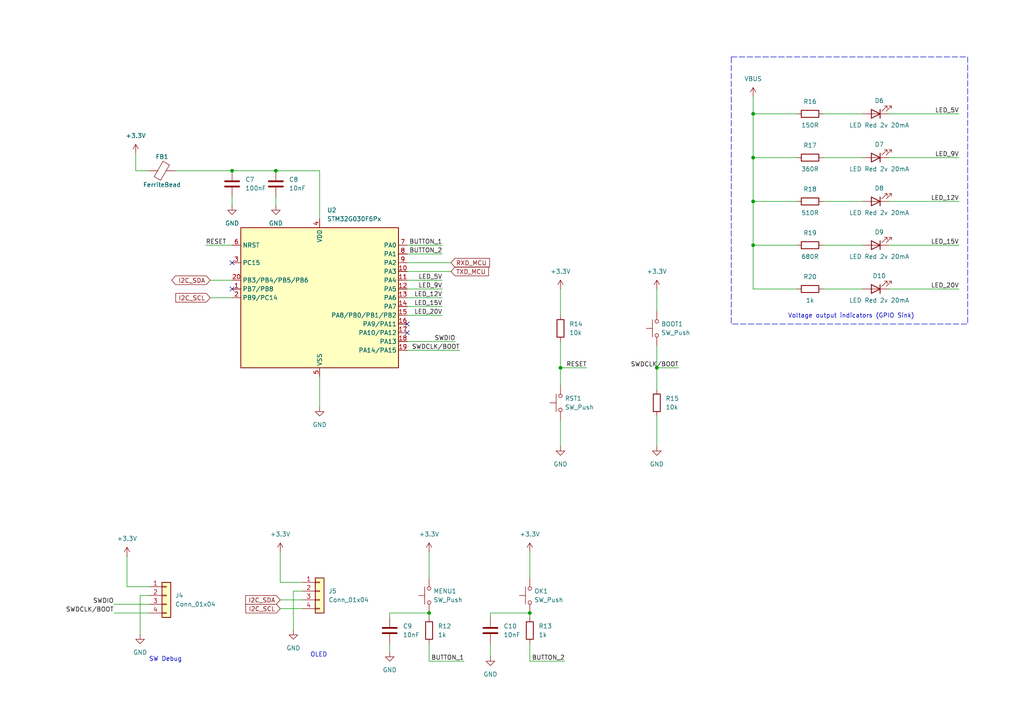
<source format=kicad_sch>
(kicad_sch (version 20250114) (generator "eeschema") (generator_version "9.0")
  (paper "A4")
  (lib_symbols
    (symbol "Connector_Generic:Conn_01x04" (pin_names (offset 1.016) (hide yes))
      (property "Reference" "J" (at 0 5.08 0))
      (property "Value" "Conn_01x04" (at 0 -7.62 0))
      (symbol "Conn_01x04_1_1"
        (rectangle (start -1.27 3.81) (end 1.27 -6.35) (stroke (width 0.254)) (fill (type background)))
        (rectangle (start -1.27 2.667) (end 0 2.413) (stroke (width 0.1524)))
        (rectangle (start -1.27 0.127) (end 0 -0.127) (stroke (width 0.1524)))
        (rectangle (start -1.27 -2.413) (end 0 -2.667) (stroke (width 0.1524)))
        (rectangle (start -1.27 -4.953) (end 0 -5.207) (stroke (width 0.1524)))
        (pin passive line (at -5.08 2.54 0) (length 3.81) (name "Pin_1") (number "1"))
        (pin passive line (at -5.08 0 0) (length 3.81) (name "Pin_2") (number "2"))
        (pin passive line (at -5.08 -2.54 0) (length 3.81) (name "Pin_3") (number "3"))
        (pin passive line (at -5.08 -5.08 0) (length 3.81) (name "Pin_4") (number "4"))
      )
    )
    (symbol "Device:C" (pin_numbers (hide yes)) (pin_names (offset 0.254))
      (property "Reference" "C" (at 0.635 2.54 0))
      (property "Value" "C" (at 0.635 -2.54 0))
      (symbol "C_0_1"
        (polyline (pts (xy -2.032 0.762) (xy 2.032 0.762)) (stroke (width 0.508)))
        (polyline (pts (xy -2.032 -0.762) (xy 2.032 -0.762)) (stroke (width 0.508)))
      )
      (symbol "C_1_1"
        (pin passive line (at 0 3.81 270) (length 2.794) (name "~") (number "1"))
        (pin passive line (at 0 -3.81 90) (length 2.794) (name "~") (number "2"))
      )
    )
    (symbol "Device:FerriteBead" (pin_numbers (hide yes)) (pin_names (offset 0))
      (property "Reference" "FB" (at -3.81 0.635 90))
      (property "Value" "FerriteBead" (at 3.81 0 90))
      (symbol "FerriteBead_0_1"
        (polyline (pts (xy -2.7686 0.4064) (xy -1.7018 2.2606) (xy 2.7686 -0.3048) (xy 1.6764 -2.159) (xy -2.7686 0.4064)))
        (polyline (pts (xy 0 1.27) (xy 0 1.2954)))
        (polyline (pts (xy 0 -1.27) (xy 0 -1.2192)))
      )
      (symbol "FerriteBead_1_1"
        (pin passive line (at 0 3.81 270) (length 2.54) (name "~") (number "1"))
        (pin passive line (at 0 -3.81 90) (length 2.54) (name "~") (number "2"))
      )
    )
    (symbol "Device:LED" (pin_numbers (hide yes)) (pin_names (offset 1.016) (hide yes))
      (property "Reference" "D" (at 0 2.54 0))
      (property "Value" "LED" (at 0 -2.54 0))
      (symbol "LED_0_1"
        (polyline (pts (xy -3.048 -0.762) (xy -4.572 -2.286) (xy -3.81 -2.286) (xy -4.572 -2.286) (xy -4.572 -1.524)))
        (polyline (pts (xy -1.778 -0.762) (xy -3.302 -2.286) (xy -2.54 -2.286) (xy -3.302 -2.286) (xy -3.302 -1.524)))
        (polyline (pts (xy -1.27 0) (xy 1.27 0)))
        (polyline (pts (xy -1.27 -1.27) (xy -1.27 1.27)) (stroke (width 0.254)))
        (polyline (pts (xy 1.27 -1.27) (xy 1.27 1.27) (xy -1.27 0) (xy 1.27 -1.27)) (stroke (width 0.254)))
      )
      (symbol "LED_1_1"
        (pin passive line (at -3.81 0 0) (length 2.54) (name "K") (number "1"))
        (pin passive line (at 3.81 0 180) (length 2.54) (name "A") (number "2"))
      )
    )
    (symbol "Device:R" (pin_numbers (hide yes)) (pin_names (offset 0))
      (property "Reference" "R" (at 2.032 0 90))
      (property "Value" "R" (at 0 0 90))
      (symbol "R_0_1"
        (rectangle (start -1.016 -2.54) (end 1.016 2.54) (stroke (width 0.254)))
      )
      (symbol "R_1_1"
        (pin passive line (at 0 3.81 270) (length 1.27) (name "~") (number "1"))
        (pin passive line (at 0 -3.81 90) (length 1.27) (name "~") (number "2"))
      )
    )
    (symbol "MCU_ST_STM32G0:STM32G030F6Px"
      (property "Reference" "U" (at -22.86 21.59 0))
      (property "Value" "STM32G030F6Px" (at 2.54 21.59 0))
      (symbol "STM32G030F6Px_0_1"
        (rectangle (start -22.86 -20.32) (end 22.86 20.32) (stroke (width 0.254)) (fill (type background)))
      )
      (symbol "STM32G030F6Px_1_1"
        (pin input line (at -25.4 15.24 0) (length 2.54) (name "NRST") (number "6"))
        (pin bidirectional line (at -25.4 10.16 0) (length 2.54) (name "PC15") (number "3"))
        (pin bidirectional line (at -25.4 5.08 0) (length 2.54) (name "PB3/PB4/PB5/PB6") (number "20"))
        (pin bidirectional line (at -25.4 2.54 0) (length 2.54) (name "PB7/PB8") (number "1"))
        (pin bidirectional line (at -25.4 0 0) (length 2.54) (name "PB9/PC14") (number "2"))
        (pin power_in line (at 0 22.86 270) (length 2.54) (name "VDD") (number "4"))
        (pin power_in line (at 0 -22.86 90) (length 2.54) (name "VSS") (number "5"))
        (pin bidirectional line (at 25.4 15.24 180) (length 2.54) (name "PA0") (number "7"))
        (pin bidirectional line (at 25.4 12.7 180) (length 2.54) (name "PA1") (number "8"))
        (pin bidirectional line (at 25.4 10.16 180) (length 2.54) (name "PA2") (number "9"))
        (pin bidirectional line (at 25.4 7.62 180) (length 2.54) (name "PA3") (number "10"))
        (pin bidirectional line (at 25.4 5.08 180) (length 2.54) (name "PA4") (number "11"))
        (pin bidirectional line (at 25.4 2.54 180) (length 2.54) (name "PA5") (number "12"))
        (pin bidirectional line (at 25.4 0 180) (length 2.54) (name "PA6") (number "13"))
        (pin bidirectional line (at 25.4 -2.54 180) (length 2.54) (name "PA7") (number "14"))
        (pin bidirectional line (at 25.4 -5.08 180) (length 2.54) (name "PA8/PB0/PB1/PB2") (number "15"))
        (pin bidirectional line (at 25.4 -7.62 180) (length 2.54) (name "PA9/PA11") (number "16"))
        (pin bidirectional line (at 25.4 -10.16 180) (length 2.54) (name "PA10/PA12") (number "17"))
        (pin bidirectional line (at 25.4 -12.7 180) (length 2.54) (name "PA13") (number "18"))
        (pin bidirectional line (at 25.4 -15.24 180) (length 2.54) (name "PA14/PA15") (number "19"))
      )
    )
    (symbol "Switch:SW_Push" (pin_numbers (hide yes)) (pin_names (offset 1.016) (hide yes))
      (property "Reference" "SW" (at 1.27 2.54 0))
      (property "Value" "SW_Push" (at 0 -1.524 0))
      (symbol "SW_Push_0_1"
        (circle (center -2.032 0) (radius 0.508))
        (polyline (pts (xy 0 1.27) (xy 0 3.048)))
        (circle (center 2.032 0) (radius 0.508))
        (polyline (pts (xy 2.54 1.27) (xy -2.54 1.27)))
        (pin passive line (at -5.08 0 0) (length 2.54) (name "1") (number "1"))
        (pin passive line (at 5.08 0 180) (length 2.54) (name "2") (number "2"))
      )
    )
    (symbol "power:+3.3V" (power) (pin_numbers (hide yes)) (pin_names (offset 0) (hide yes))
      (property "Value" "+3.3V" (at 0 3.556 0))
      (symbol "+3.3V_0_1"
        (polyline (pts (xy -0.762 1.27) (xy 0 2.54)))
        (polyline (pts (xy 0 2.54) (xy 0.762 1.27)))
        (polyline (pts (xy 0 0) (xy 0 2.54)))
      )
      (symbol "+3.3V_1_1"
        (pin power_in line (at 0 0 90) (length 0) (name "~") (number "1"))
      )
    )
    (symbol "power:GND" (power) (pin_numbers (hide yes)) (pin_names (offset 0) (hide yes))
      (property "Value" "GND" (at 0 -3.81 0))
      (symbol "GND_0_1"
        (polyline (pts (xy 0 0) (xy 0 -1.27) (xy 1.27 -1.27) (xy 0 -2.54) (xy -1.27 -1.27) (xy 0 -1.27)))
      )
      (symbol "GND_1_1"
        (pin power_in line (at 0 0 270) (length 0) (name "~") (number "1"))
      )
    )
  )
  (rectangle (start 212.09 16.51) (end 280.67 93.98) (stroke (width 0) (type dash)))
  (text "OLED" (at 92.456 189.992 0) (effects (font (size 1.27 1.27))))
  (text "SW Debug" (at 48.006 191.262 0) (effects (font (size 1.27 1.27))))
  (text "Voltage output indicators (GPIO Sink)" (at 246.888 91.694 0) (effects (font (size 1.27 1.27))))
  (junction (at 124.46 177.8))
  (junction (at 67.31 49.53))
  (junction (at 218.44 33.02))
  (junction (at 153.67 177.8))
  (junction (at 162.56 106.68))
  (junction (at 218.44 58.42))
  (junction (at 80.01 49.53))
  (junction (at 218.44 45.72))
  (junction (at 190.5 106.68))
  (junction (at 218.44 71.12))
  (no_connect (at 118.11 93.98))
  (no_connect (at 67.31 76.2))
  (no_connect (at 118.11 96.52))
  (no_connect (at 67.31 83.82))
  (wire (pts (xy 33.02 177.8) (xy 43.18 177.8)))
  (wire (pts (xy 81.28 176.53) (xy 87.63 176.53)))
  (wire (pts (xy 124.46 177.8) (xy 124.46 179.07)))
  (wire (pts (xy 218.44 58.42) (xy 231.14 58.42)))
  (wire (pts (xy 80.01 49.53) (xy 92.71 49.53)))
  (wire (pts (xy 190.5 120.65) (xy 190.5 129.54)))
  (wire (pts (xy 238.76 58.42) (xy 250.19 58.42)))
  (wire (pts (xy 81.28 160.02) (xy 81.28 168.91)))
  (wire (pts (xy 218.44 83.82) (xy 231.14 83.82)))
  (wire (pts (xy 118.11 99.06) (xy 132.08 99.06)))
  (wire (pts (xy 153.67 160.02) (xy 153.67 167.64)))
  (wire (pts (xy 170.18 106.68) (xy 162.56 106.68)))
  (wire (pts (xy 124.46 191.77) (xy 134.62 191.77)))
  (wire (pts (xy 118.11 88.9) (xy 128.27 88.9)))
  (wire (pts (xy 124.46 186.69) (xy 124.46 191.77)))
  (wire (pts (xy 118.11 71.12) (xy 128.27 71.12)))
  (wire (pts (xy 118.11 76.2) (xy 130.81 76.2)))
  (wire (pts (xy 238.76 83.82) (xy 250.19 83.82)))
  (wire (pts (xy 113.03 186.69) (xy 113.03 189.23)))
  (wire (pts (xy 124.46 160.02) (xy 124.46 167.64)))
  (wire (pts (xy 85.09 182.88) (xy 85.09 171.45)))
  (wire (pts (xy 118.11 101.6) (xy 133.35 101.6)))
  (wire (pts (xy 257.81 71.12) (xy 278.13 71.12)))
  (wire (pts (xy 218.44 45.72) (xy 218.44 58.42)))
  (wire (pts (xy 162.56 129.54) (xy 162.56 121.92)))
  (wire (pts (xy 60.96 86.36) (xy 67.31 86.36)))
  (wire (pts (xy 142.24 177.8) (xy 142.24 179.07)))
  (wire (pts (xy 118.11 73.66) (xy 128.27 73.66)))
  (wire (pts (xy 190.5 106.68) (xy 190.5 113.03)))
  (wire (pts (xy 85.09 171.45) (xy 87.63 171.45)))
  (wire (pts (xy 218.44 33.02) (xy 231.14 33.02)))
  (wire (pts (xy 153.67 191.77) (xy 163.83 191.77)))
  (wire (pts (xy 59.69 71.12) (xy 67.31 71.12)))
  (wire (pts (xy 257.81 58.42) (xy 278.13 58.42)))
  (wire (pts (xy 153.67 177.8) (xy 153.67 179.07)))
  (wire (pts (xy 238.76 33.02) (xy 250.19 33.02)))
  (wire (pts (xy 153.67 177.8) (xy 142.24 177.8)))
  (wire (pts (xy 60.96 81.28) (xy 67.31 81.28)))
  (wire (pts (xy 40.64 184.15) (xy 40.64 172.72)))
  (wire (pts (xy 33.02 175.26) (xy 43.18 175.26)))
  (wire (pts (xy 142.24 186.69) (xy 142.24 190.5)))
  (wire (pts (xy 118.11 86.36) (xy 128.27 86.36)))
  (wire (pts (xy 190.5 100.33) (xy 190.5 106.68)))
  (wire (pts (xy 113.03 177.8) (xy 113.03 179.07)))
  (wire (pts (xy 218.44 27.94) (xy 218.44 33.02)))
  (wire (pts (xy 39.37 49.53) (xy 43.18 49.53)))
  (wire (pts (xy 118.11 78.74) (xy 130.81 78.74)))
  (wire (pts (xy 40.64 172.72) (xy 43.18 172.72)))
  (wire (pts (xy 257.81 33.02) (xy 278.13 33.02)))
  (wire (pts (xy 162.56 91.44) (xy 162.56 83.82)))
  (wire (pts (xy 87.63 168.91) (xy 81.28 168.91)))
  (wire (pts (xy 80.01 57.15) (xy 80.01 59.69)))
  (wire (pts (xy 36.83 161.29) (xy 36.83 170.18)))
  (wire (pts (xy 92.71 49.53) (xy 92.71 63.5)))
  (wire (pts (xy 67.31 57.15) (xy 67.31 59.69)))
  (wire (pts (xy 92.71 109.22) (xy 92.71 118.11)))
  (wire (pts (xy 124.46 177.8) (xy 113.03 177.8)))
  (wire (pts (xy 81.28 173.99) (xy 87.63 173.99)))
  (wire (pts (xy 162.56 106.68) (xy 162.56 99.06)))
  (wire (pts (xy 218.44 71.12) (xy 231.14 71.12)))
  (wire (pts (xy 67.31 49.53) (xy 80.01 49.53)))
  (wire (pts (xy 257.81 45.72) (xy 278.13 45.72)))
  (wire (pts (xy 218.44 58.42) (xy 218.44 71.12)))
  (wire (pts (xy 190.5 83.82) (xy 190.5 90.17)))
  (wire (pts (xy 218.44 33.02) (xy 218.44 45.72)))
  (wire (pts (xy 39.37 44.45) (xy 39.37 49.53)))
  (wire (pts (xy 118.11 81.28) (xy 128.27 81.28)))
  (wire (pts (xy 50.8 49.53) (xy 67.31 49.53)))
  (wire (pts (xy 238.76 71.12) (xy 250.19 71.12)))
  (wire (pts (xy 218.44 71.12) (xy 218.44 83.82)))
  (wire (pts (xy 153.67 186.69) (xy 153.67 191.77)))
  (wire (pts (xy 43.18 170.18) (xy 36.83 170.18)))
  (wire (pts (xy 238.76 45.72) (xy 250.19 45.72)))
  (wire (pts (xy 118.11 83.82) (xy 128.27 83.82)))
  (wire (pts (xy 190.5 106.68) (xy 196.85 106.68)))
  (wire (pts (xy 118.11 91.44) (xy 128.27 91.44)))
  (wire (pts (xy 162.56 111.76) (xy 162.56 106.68)))
  (wire (pts (xy 218.44 45.72) (xy 231.14 45.72)))
  (wire (pts (xy 257.81 83.82) (xy 278.13 83.82)))
  (label "SWDCLK{slash}BOOT" (at 133.35 101.6 180))
  (label "BUTTON_2" (at 128.27 73.66 180))
  (label "SWDCLK{slash}BOOT" (at 196.85 106.68 180))
  (label "BUTTON_1" (at 128.27 71.12 180))
  (label "RESET" (at 59.69 71.12 0))
  (label "LED_9V" (at 128.27 83.82 180))
  (label "LED_20V" (at 128.27 91.44 180))
  (label "SWDCLK{slash}BOOT" (at 33.02 177.8 180))
  (label "LED_15V" (at 278.13 71.12 180))
  (label "LED_9V" (at 278.13 45.72 180))
  (label "SWDIO" (at 33.02 175.26 180))
  (label "LED_20V" (at 278.13 83.82 180))
  (label "RESET" (at 170.18 106.68 180))
  (label "SWDIO" (at 132.08 99.06 180))
  (label "LED_15V" (at 128.27 88.9 180))
  (label "LED_12V" (at 278.13 58.42 180))
  (label "LED_12V" (at 128.27 86.36 180))
  (label "LED_5V" (at 278.13 33.02 180))
  (label "LED_5V" (at 128.27 81.28 180))
  (label "BUTTON_2" (at 163.83 191.77 180))
  (label "BUTTON_1" (at 134.62 191.77 180))
  (global_label "I2C_SDA" (shape bidirectional) (at 60.96 81.28 180) (property "Intersheetrefs" "${INTERSHEET_REFS}" (effects (hide yes))))
  (global_label "I2C_SDA" (shape input) (at 81.28 173.99 180) (property "Intersheetrefs" "${INTERSHEET_REFS}" (effects (hide yes))))
  (global_label "I2C_SCL" (shape input) (at 81.28 176.53 180) (property "Intersheetrefs" "${INTERSHEET_REFS}" (effects (hide yes))))
  (global_label "RXD_MCU" (shape input) (at 130.81 76.2 0) (property "Intersheetrefs" "${INTERSHEET_REFS}" (effects (hide yes))))
  (global_label "TXD_MCU" (shape input) (at 130.81 78.74 0) (property "Intersheetrefs" "${INTERSHEET_REFS}" (effects (hide yes))))
  (global_label "I2C_SCL" (shape input) (at 60.96 86.36 180) (property "Intersheetrefs" "${INTERSHEET_REFS}" (effects (hide yes))))
  (symbol (lib_id "Switch:SW_Push") (at 162.56 116.84 90) (unit 1)
    (property "Reference" "RST1" (at 163.83 115.5699 90) (effects (justify right)))
    (property "Value" "SW_Push" (at 163.83 118.1099 90) (effects (justify right)))
    (property "Footprint" "Project_Footprints:KMR211NGLFS" (effects (hide yes)))
    (property "Description" "Push button switch, generic, two pins" (effects (hide yes)))
  )
  (symbol (lib_id "Device:C") (at 142.24 182.88 0) (unit 1)
    (property "Reference" "C10" (at 146.05 181.6099 0) (effects (justify left)))
    (property "Value" "10nF" (at 146.05 184.1499 0) (effects (justify left)))
    (property "Footprint" "Capacitor_SMD:C_0603_1608Metric" (effects (hide yes)))
    (property "Description" "Unpolarized capacitor" (effects (hide yes)))
  )
  (symbol (lib_id "Connector_Generic:Conn_01x04") (at 48.26 172.72 0) (unit 1)
    (property "Reference" "J4" (at 50.8 172.7199 0) (effects (justify left)))
    (property "Value" "Conn_01x04" (at 50.8 175.2599 0) (effects (justify left)))
    (property "Footprint" "Connector_PinHeader_2.54mm:PinHeader_1x04_P2.54mm_Vertical" (effects (hide yes)))
    (property "Description" "Generic connector, single row, 01x04, script generated (kicad-library-utils/schlib/autogen/connector/)" (effects (hide yes)))
  )
  (symbol (lib_id "Device:FerriteBead") (at 46.99 49.53 90) (unit 1)
    (property "Reference" "FB1" (at 46.99 45.466 90))
    (property "Value" "FerriteBead" (at 46.99 53.594 90))
    (property "Footprint" "Inductor_SMD:L_0805_2012Metric" (effects (hide yes)))
    (property "Description" "Ferrite bead" (effects (hide yes)))
  )
  (symbol (lib_id "Device:R") (at 153.67 182.88 0) (unit 1)
    (property "Reference" "R13" (at 156.21 181.6099 0) (effects (justify left)))
    (property "Value" "1k" (at 156.21 184.1499 0) (effects (justify left)))
    (property "Footprint" "Project_Footprints:R_0603_1608Metric" (effects (hide yes)))
    (property "Description" "Resistor" (effects (hide yes)))
  )
  (symbol (lib_id "power:GND") (at 142.24 190.5 0) (unit 1)
    (property "Reference" "#PWR034" (effects (hide yes)))
    (property "Value" "GND" (at 142.24 195.58 0))
    (property "Description" "Power symbol creates a global label with name \"GND\" , ground" (effects (hide yes)))
  )
  (symbol (lib_id "Device:LED") (at 254 71.12 180) (unit 1)
    (property "Reference" "D9" (at 255.016 67.31 0))
    (property "Value" "LED Red 2v 20mA" (at 255.016 74.422 0))
    (property "Footprint" "LED_SMD:LED_0805_2012Metric" (effects (hide yes)))
    (property "Description" "Light emitting diode" (effects (hide yes)))
    (property "Sim.Pins" "1=K 2=A" (effects (hide yes)))
    (property "MFR1" "Kingbright" (effects (hide yes)))
    (property "MPN1" "APT2012SYCK" (effects (hide yes)))
  )
  (symbol (lib_id "Switch:SW_Push") (at 190.5 95.25 90) (unit 1)
    (property "Reference" "BOOT1" (at 191.77 93.9799 90) (effects (justify right)))
    (property "Value" "SW_Push" (at 191.77 96.5199 90) (effects (justify right)))
    (property "Footprint" "Project_Footprints:KMR211NGLFS" (effects (hide yes)))
    (property "Description" "Push button switch, generic, two pins" (effects (hide yes)))
  )
  (symbol (lib_id "power:GND") (at 190.5 129.54 0) (unit 1)
    (property "Reference" "#PWR039" (effects (hide yes)))
    (property "Value" "GND" (at 190.5 134.62 0))
    (property "Description" "Power symbol creates a global label with name \"GND\" , ground" (effects (hide yes)))
  )
  (symbol (lib_id "Device:LED") (at 254 83.82 180) (unit 1)
    (property "Reference" "D10" (at 255.016 80.01 0))
    (property "Value" "LED Red 2v 20mA" (at 255.016 87.122 0))
    (property "Footprint" "LED_SMD:LED_0805_2012Metric" (effects (hide yes)))
    (property "Description" "Light emitting diode" (effects (hide yes)))
    (property "Sim.Pins" "1=K 2=A" (effects (hide yes)))
    (property "MFR1" "Kingbright" (effects (hide yes)))
    (property "MPN1" "APT2012SYCK" (effects (hide yes)))
  )
  (symbol (lib_id "power:+3.3V") (at 162.56 83.82 0) (unit 1)
    (property "Reference" "#PWR036" (effects (hide yes)))
    (property "Value" "+3.3V" (at 162.56 78.74 0))
    (property "Description" "Power symbol creates a global label with name \"+3.3V\"" (effects (hide yes)))
  )
  (symbol (lib_id "power:GND") (at 162.56 129.54 0) (unit 1)
    (property "Reference" "#PWR037" (effects (hide yes)))
    (property "Value" "GND" (at 162.56 134.62 0))
    (property "Description" "Power symbol creates a global label with name \"GND\" , ground" (effects (hide yes)))
  )
  (symbol (lib_id "Connector_Generic:Conn_01x04") (at 92.71 171.45 0) (unit 1)
    (property "Reference" "J5" (at 95.25 171.4499 0) (effects (justify left)))
    (property "Value" "Conn_01x04" (at 95.25 173.9899 0) (effects (justify left)))
    (property "Footprint" "Connector_PinHeader_2.54mm:PinHeader_1x04_P2.54mm_Vertical" (effects (hide yes)))
    (property "Description" "Generic connector, single row, 01x04, script generated (kicad-library-utils/schlib/autogen/connector/)" (effects (hide yes)))
  )
  (symbol (lib_id "Device:C") (at 67.31 53.34 0) (unit 1)
    (property "Reference" "C7" (at 71.12 52.0699 0) (effects (justify left)))
    (property "Value" "100nF" (at 71.12 54.6099 0) (effects (justify left)))
    (property "Footprint" "Capacitor_SMD:C_0603_1608Metric" (effects (hide yes)))
    (property "Description" "Unpolarized capacitor" (effects (hide yes)))
  )
  (symbol (lib_id "power:GND") (at 40.64 184.15 0) (unit 1)
    (property "Reference" "#PWR026" (effects (hide yes)))
    (property "Value" "GND" (at 40.64 189.23 0))
    (property "Description" "Power symbol creates a global label with name \"GND\" , ground" (effects (hide yes)))
  )
  (symbol (lib_id "Device:C") (at 80.01 53.34 0) (unit 1)
    (property "Reference" "C8" (at 83.82 52.0699 0) (effects (justify left)))
    (property "Value" "10nF" (at 83.82 54.6099 0) (effects (justify left)))
    (property "Footprint" "Capacitor_SMD:C_0603_1608Metric" (effects (hide yes)))
    (property "Description" "Unpolarized capacitor" (effects (hide yes)))
  )
  (symbol (lib_id "Device:R") (at 234.95 45.72 90) (unit 1)
    (property "Reference" "R17" (at 234.95 42.164 90))
    (property "Value" "360R" (at 234.95 49.022 90))
    (property "Footprint" "Resistor_SMD:R_0805_2012Metric" (effects (hide yes)))
    (property "Description" "Resistor" (effects (hide yes)))
  )
  (symbol (lib_id "power:+3.3V") (at 81.28 160.02 0) (unit 1)
    (property "Reference" "#PWR029" (effects (hide yes)))
    (property "Value" "+3.3V" (at 81.28 154.94 0))
    (property "Description" "Power symbol creates a global label with name \"+3.3V\"" (effects (hide yes)))
  )
  (symbol (lib_id "Device:LED") (at 254 58.42 180) (unit 1)
    (property "Reference" "D8" (at 255.016 54.61 0))
    (property "Value" "LED Red 2v 20mA" (at 255.016 61.722 0))
    (property "Footprint" "LED_SMD:LED_0805_2012Metric" (effects (hide yes)))
    (property "Description" "Light emitting diode" (effects (hide yes)))
    (property "Sim.Pins" "1=K 2=A" (effects (hide yes)))
    (property "MFR1" "Kingbright" (effects (hide yes)))
    (property "MPN1" "APT2012SYCK" (effects (hide yes)))
  )
  (symbol (lib_id "power:+3.3V") (at 218.44 27.94 0) (unit 1)
    (property "Reference" "#PWR040" (effects (hide yes)))
    (property "Value" "VBUS" (at 218.44 22.86 0))
    (property "Description" "Power symbol creates a global label with name \"+3.3V\"" (effects (hide yes)))
  )
  (symbol (lib_id "power:GND") (at 92.71 118.11 0) (unit 1)
    (property "Reference" "#PWR031" (effects (hide yes)))
    (property "Value" "GND" (at 92.71 123.19 0))
    (property "Description" "Power symbol creates a global label with name \"GND\" , ground" (effects (hide yes)))
  )
  (symbol (lib_id "Device:R") (at 124.46 182.88 0) (unit 1)
    (property "Reference" "R12" (at 127 181.6099 0) (effects (justify left)))
    (property "Value" "1k" (at 127 184.1499 0) (effects (justify left)))
    (property "Footprint" "Project_Footprints:R_0603_1608Metric" (effects (hide yes)))
    (property "Description" "Resistor" (effects (hide yes)))
  )
  (symbol (lib_id "Device:R") (at 234.95 58.42 90) (unit 1)
    (property "Reference" "R18" (at 234.95 54.864 90))
    (property "Value" "510R" (at 234.95 61.722 90))
    (property "Footprint" "Resistor_SMD:R_0805_2012Metric" (effects (hide yes)))
    (property "Description" "Resistor" (effects (hide yes)))
  )
  (symbol (lib_id "Device:R") (at 190.5 116.84 0) (unit 1)
    (property "Reference" "R15" (at 193.04 115.5699 0) (effects (justify left)))
    (property "Value" "10k" (at 193.04 118.1099 0) (effects (justify left)))
    (property "Footprint" "Resistor_SMD:R_0603_1608Metric" (effects (hide yes)))
    (property "Description" "Resistor" (effects (hide yes)))
  )
  (symbol (lib_id "power:+3.3V") (at 124.46 160.02 0) (unit 1)
    (property "Reference" "#PWR033" (effects (hide yes)))
    (property "Value" "+3.3V" (at 124.46 154.94 0))
    (property "Description" "Power symbol creates a global label with name \"+3.3V\"" (effects (hide yes)))
  )
  (symbol (lib_id "Device:C") (at 113.03 182.88 0) (unit 1)
    (property "Reference" "C9" (at 116.84 181.6099 0) (effects (justify left)))
    (property "Value" "10nF" (at 116.84 184.1499 0) (effects (justify left)))
    (property "Footprint" "Capacitor_SMD:C_0603_1608Metric" (effects (hide yes)))
    (property "Description" "Unpolarized capacitor" (effects (hide yes)))
  )
  (symbol (lib_id "Switch:SW_Push") (at 124.46 172.72 90) (unit 1)
    (property "Reference" "MENU1" (at 125.73 171.4499 90) (effects (justify right)))
    (property "Value" "SW_Push" (at 125.73 173.9899 90) (effects (justify right)))
    (property "Footprint" "Button_Switch_THT:SW_PUSH_6mm_H5mm" (effects (hide yes)))
    (property "Description" "Push button switch, generic, two pins" (effects (hide yes)))
  )
  (symbol (lib_id "power:GND") (at 85.09 182.88 0) (unit 1)
    (property "Reference" "#PWR030" (effects (hide yes)))
    (property "Value" "GND" (at 85.09 187.96 0))
    (property "Description" "Power symbol creates a global label with name \"GND\" , ground" (effects (hide yes)))
  )
  (symbol (lib_id "power:+3.3V") (at 153.67 160.02 0) (unit 1)
    (property "Reference" "#PWR035" (effects (hide yes)))
    (property "Value" "+3.3V" (at 153.67 154.94 0))
    (property "Description" "Power symbol creates a global label with name \"+3.3V\"" (effects (hide yes)))
  )
  (symbol (lib_id "Device:R") (at 234.95 33.02 90) (unit 1)
    (property "Reference" "R16" (at 234.95 29.464 90))
    (property "Value" "150R" (at 234.95 36.322 90))
    (property "Footprint" "Resistor_SMD:R_0805_2012Metric" (effects (hide yes)))
    (property "Description" "Resistor" (effects (hide yes)))
  )
  (symbol (lib_id "power:GND") (at 113.03 189.23 0) (unit 1)
    (property "Reference" "#PWR032" (effects (hide yes)))
    (property "Value" "GND" (at 113.03 194.31 0))
    (property "Description" "Power symbol creates a global label with name \"GND\" , ground" (effects (hide yes)))
  )
  (symbol (lib_id "Switch:SW_Push") (at 153.67 172.72 90) (unit 1)
    (property "Reference" "OK1" (at 154.94 171.4499 90) (effects (justify right)))
    (property "Value" "SW_Push" (at 154.94 173.9899 90) (effects (justify right)))
    (property "Footprint" "Button_Switch_THT:SW_PUSH_6mm_H5mm" (effects (hide yes)))
    (property "Description" "Push button switch, generic, two pins" (effects (hide yes)))
  )
  (symbol (lib_id "Device:R") (at 234.95 83.82 90) (unit 1)
    (property "Reference" "R20" (at 234.95 80.264 90))
    (property "Value" "1k" (at 234.95 87.122 90))
    (property "Footprint" "Resistor_SMD:R_0805_2012Metric" (effects (hide yes)))
    (property "Description" "Resistor" (effects (hide yes)))
  )
  (symbol (lib_id "Device:R") (at 162.56 95.25 0) (unit 1)
    (property "Reference" "R14" (at 165.1 93.9799 0) (effects (justify left)))
    (property "Value" "10k" (at 165.1 96.5199 0) (effects (justify left)))
    (property "Footprint" "Resistor_SMD:R_0603_1608Metric" (effects (hide yes)))
    (property "Description" "Resistor" (effects (hide yes)))
  )
  (symbol (lib_id "power:GND") (at 80.01 59.69 0) (unit 1)
    (property "Reference" "#PWR028" (effects (hide yes)))
    (property "Value" "GND" (at 80.01 64.77 0))
    (property "Description" "Power symbol creates a global label with name \"GND\" , ground" (effects (hide yes)))
  )
  (symbol (lib_id "power:+3.3V") (at 39.37 44.45 0) (unit 1)
    (property "Reference" "#PWR025" (effects (hide yes)))
    (property "Value" "+3.3V" (at 39.37 39.37 0))
    (property "Description" "Power symbol creates a global label with name \"+3.3V\"" (effects (hide yes)))
  )
  (symbol (lib_id "Device:R") (at 234.95 71.12 90) (unit 1)
    (property "Reference" "R19" (at 234.95 67.564 90))
    (property "Value" "680R" (at 234.95 74.422 90))
    (property "Footprint" "Resistor_SMD:R_0805_2012Metric" (effects (hide yes)))
    (property "Description" "Resistor" (effects (hide yes)))
  )
  (symbol (lib_id "power:+3.3V") (at 36.83 161.29 0) (unit 1)
    (property "Reference" "#PWR024" (effects (hide yes)))
    (property "Value" "+3.3V" (at 36.83 156.21 0))
    (property "Description" "Power symbol creates a global label with name \"+3.3V\"" (effects (hide yes)))
  )
  (symbol (lib_id "Device:LED") (at 254 45.72 180) (unit 1)
    (property "Reference" "D7" (at 255.016 41.91 0))
    (property "Value" "LED Red 2v 20mA" (at 255.016 49.022 0))
    (property "Footprint" "LED_SMD:LED_0805_2012Metric" (effects (hide yes)))
    (property "Description" "Light emitting diode" (effects (hide yes)))
    (property "Sim.Pins" "1=K 2=A" (effects (hide yes)))
    (property "MFR1" "Kingbright" (effects (hide yes)))
    (property "MPN1" "APT2012SYCK" (effects (hide yes)))
  )
  (symbol (lib_id "MCU_ST_STM32G0:STM32G030F6Px") (at 92.71 86.36 0) (unit 1)
    (property "Reference" "U2" (at 94.8533 60.96 0) (effects (justify left)))
    (property "Value" "STM32G030F6Px" (at 94.8533 63.5 0) (effects (justify left)))
    (property "Footprint" "Package_SO:TSSOP-20_4.4x6.5mm_P0.65mm" (effects (hide yes)))
    (property "Datasheet" "https://www.st.com/resource/en/datasheet/stm32g030f6.pdf" (effects (hide yes)))
    (property "Description" "STMicroelectronics Arm Cortex-M0+ MCU, 32KB flash, 8KB RAM, 64 MHz, 2.0-3.6V, 17 GPIO, TSSOP20" (effects (hide yes)))
  )
  (symbol (lib_id "power:+3.3V") (at 190.5 83.82 0) (unit 1)
    (property "Reference" "#PWR038" (effects (hide yes)))
    (property "Value" "+3.3V" (at 190.5 78.74 0))
    (property "Description" "Power symbol creates a global label with name \"+3.3V\"" (effects (hide yes)))
  )
  (symbol (lib_id "Device:LED") (at 254 33.02 180) (unit 1)
    (property "Reference" "D6" (at 255.016 29.21 0))
    (property "Value" "LED Red 2v 20mA" (at 255.016 36.322 0))
    (property "Footprint" "LED_SMD:LED_0805_2012Metric" (effects (hide yes)))
    (property "Description" "Light emitting diode" (effects (hide yes)))
    (property "Sim.Pins" "1=K 2=A" (effects (hide yes)))
    (property "MFR1" "Kingbright" (effects (hide yes)))
    (property "MPN1" "APT2012SYCK" (effects (hide yes)))
  )
  (symbol (lib_id "power:GND") (at 67.31 59.69 0) (unit 1)
    (property "Reference" "#PWR027" (effects (hide yes)))
    (property "Value" "GND" (at 67.31 64.77 0))
    (property "Description" "Power symbol creates a global label with name \"GND\" , ground" (effects (hide yes)))
  )
)
</source>
